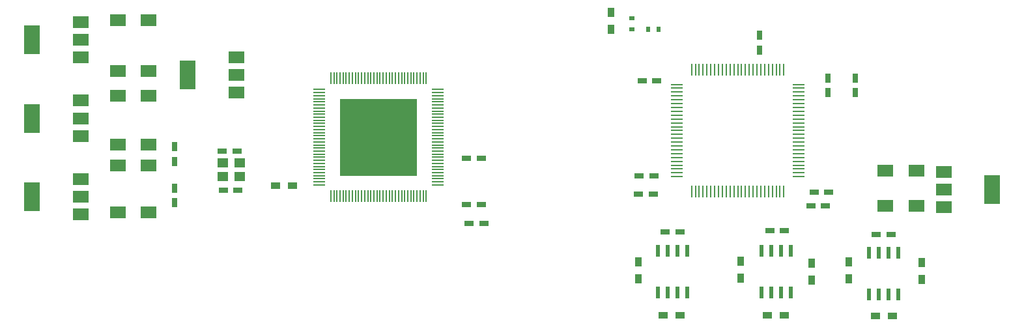
<source format=gbr>
G04 #@! TF.GenerationSoftware,KiCad,Pcbnew,(5.0.2)-1*
G04 #@! TF.CreationDate,2019-03-21T22:25:16+02:00*
G04 #@! TF.ProjectId,AVB switch with Can gateway,41564220-7377-4697-9463-682077697468,v01*
G04 #@! TF.SameCoordinates,Original*
G04 #@! TF.FileFunction,Paste,Top*
G04 #@! TF.FilePolarity,Positive*
%FSLAX46Y46*%
G04 Gerber Fmt 4.6, Leading zero omitted, Abs format (unit mm)*
G04 Created by KiCad (PCBNEW (5.0.2)-1) date 3/21/2019 10:25:16 PM*
%MOMM*%
%LPD*%
G01*
G04 APERTURE LIST*
%ADD10C,0.100000*%
%ADD11R,2.000000X1.500000*%
%ADD12R,2.000000X3.800000*%
%ADD13R,2.000000X1.600000*%
%ADD14R,0.280000X1.500000*%
%ADD15R,1.500000X0.280000*%
%ADD16R,1.400000X1.200000*%
%ADD17R,0.600000X0.700000*%
%ADD18R,0.700000X0.600000*%
%ADD19R,0.900000X1.200000*%
%ADD20R,10.000000X10.000000*%
%ADD21R,0.240000X1.560000*%
%ADD22R,1.560000X0.240000*%
%ADD23R,1.200000X0.750000*%
%ADD24R,0.750000X1.200000*%
%ADD25R,1.200000X0.900000*%
%ADD26R,0.600000X1.550000*%
G04 APERTURE END LIST*
D10*
G04 #@! TO.C,IC1*
G36*
X146337750Y-67662650D02*
X146337750Y-61337750D01*
X152662650Y-61337750D01*
X152662650Y-67662650D01*
X146337750Y-67662650D01*
G37*
G04 #@! TD*
D11*
G04 #@! TO.C,U12*
X131014000Y-58688000D03*
X131014000Y-54088000D03*
X131014000Y-56388000D03*
D12*
X124714000Y-56388000D03*
G04 #@! TD*
D13*
G04 #@! TO.C,C6*
X119625000Y-55900000D03*
X115625000Y-55900000D03*
G04 #@! TD*
G04 #@! TO.C,C5*
X119625000Y-68150000D03*
X115625000Y-68150000D03*
G04 #@! TD*
G04 #@! TO.C,C75*
X115625000Y-59125000D03*
X119625000Y-59125000D03*
G04 #@! TD*
G04 #@! TO.C,C76*
X115625000Y-65475000D03*
X119625000Y-65475000D03*
G04 #@! TD*
D12*
G04 #@! TO.C,U10*
X104470000Y-51830000D03*
D11*
X110770000Y-51830000D03*
X110770000Y-49530000D03*
X110770000Y-54130000D03*
G04 #@! TD*
G04 #@! TO.C,U11*
X110770000Y-64340000D03*
X110770000Y-59740000D03*
X110770000Y-62040000D03*
D12*
X104470000Y-62040000D03*
G04 #@! TD*
D14*
G04 #@! TO.C,U4*
X202188000Y-55730000D03*
X201688000Y-55730000D03*
X201188000Y-55730000D03*
X200688000Y-55730000D03*
X200188000Y-55730000D03*
X199688000Y-55730000D03*
X199188000Y-55730000D03*
X198688000Y-55730000D03*
X198188000Y-55730000D03*
X197688000Y-55730000D03*
X197188000Y-55730000D03*
X196688000Y-55730000D03*
X196188000Y-55730000D03*
X195688000Y-55730000D03*
X195188000Y-55730000D03*
X194688000Y-55730000D03*
X194188000Y-55730000D03*
X193688000Y-55730000D03*
X193188000Y-55730000D03*
X192688000Y-55730000D03*
X192188000Y-55730000D03*
X191688000Y-55730000D03*
X191188000Y-55730000D03*
X190688000Y-55730000D03*
X190188000Y-55730000D03*
D15*
X188288000Y-57630000D03*
X188288000Y-58130000D03*
X188288000Y-58630000D03*
X188288000Y-59130000D03*
X188288000Y-59630000D03*
X188288000Y-60130000D03*
X188288000Y-60630000D03*
X188288000Y-61130000D03*
X188288000Y-61630000D03*
X188288000Y-62130000D03*
X188288000Y-62630000D03*
X188288000Y-63130000D03*
X188288000Y-63630000D03*
X188288000Y-64130000D03*
X188288000Y-64630000D03*
X188288000Y-65130000D03*
X188288000Y-65630000D03*
X188288000Y-66130000D03*
X188288000Y-66630000D03*
X188288000Y-67130000D03*
X188288000Y-67630000D03*
X188288000Y-68130000D03*
X188288000Y-68630000D03*
X188288000Y-69130000D03*
X188288000Y-69630000D03*
D14*
X190188000Y-71530000D03*
X190688000Y-71530000D03*
X191188000Y-71530000D03*
X191688000Y-71530000D03*
X192188000Y-71530000D03*
X192688000Y-71530000D03*
X193188000Y-71530000D03*
X193688000Y-71530000D03*
X194188000Y-71530000D03*
X194688000Y-71530000D03*
X195188000Y-71530000D03*
X195688000Y-71530000D03*
X196188000Y-71530000D03*
X196688000Y-71530000D03*
X197188000Y-71530000D03*
X197688000Y-71530000D03*
X198188000Y-71530000D03*
X198688000Y-71530000D03*
X199188000Y-71530000D03*
X199688000Y-71530000D03*
X200188000Y-71530000D03*
X200688000Y-71530000D03*
X201188000Y-71530000D03*
X201688000Y-71530000D03*
X202188000Y-71530000D03*
D15*
X204088000Y-69630000D03*
X204088000Y-69130000D03*
X204088000Y-68630000D03*
X204088000Y-68130000D03*
X204088000Y-67630000D03*
X204088000Y-67130000D03*
X204088000Y-66630000D03*
X204088000Y-66130000D03*
X204088000Y-65630000D03*
X204088000Y-65130000D03*
X204088000Y-64630000D03*
X204088000Y-64130000D03*
X204088000Y-63630000D03*
X204088000Y-63130000D03*
X204088000Y-62630000D03*
X204088000Y-62130000D03*
X204088000Y-61630000D03*
X204088000Y-61130000D03*
X204088000Y-60630000D03*
X204088000Y-60130000D03*
X204088000Y-59630000D03*
X204088000Y-59130000D03*
X204088000Y-58630000D03*
X204088000Y-58130000D03*
X204088000Y-57630000D03*
G04 #@! TD*
D16*
G04 #@! TO.C,Y1*
X129264000Y-67864000D03*
X131464000Y-67864000D03*
X131464000Y-69564000D03*
X129264000Y-69564000D03*
G04 #@! TD*
D17*
G04 #@! TO.C,D5*
X184524000Y-50474000D03*
X185924000Y-50474000D03*
G04 #@! TD*
D18*
G04 #@! TO.C,D4*
X182424000Y-49064000D03*
X182424000Y-50464000D03*
G04 #@! TD*
D19*
G04 #@! TO.C,R13*
X179704000Y-50454000D03*
X179704000Y-48254000D03*
G04 #@! TD*
D20*
G04 #@! TO.C,IC1*
X149500000Y-64500000D03*
D21*
X143300000Y-56820000D03*
X143700000Y-56820000D03*
X144100000Y-56820000D03*
X144500000Y-56820000D03*
X144900000Y-56820000D03*
X145300000Y-56820000D03*
X145700000Y-56820000D03*
X146100000Y-56820000D03*
X146500000Y-56820000D03*
X146900000Y-56820000D03*
X147300000Y-56820000D03*
X147700000Y-56820000D03*
X148100000Y-56820000D03*
X148500000Y-56820000D03*
X148900000Y-56820000D03*
X149300000Y-56820000D03*
X149700000Y-56820000D03*
X150100000Y-56820000D03*
X150500000Y-56820000D03*
X150900000Y-56820000D03*
X151300000Y-56820000D03*
X151700000Y-56820000D03*
X152100000Y-56820000D03*
X152500000Y-56820000D03*
X152900000Y-56820000D03*
X153300000Y-56820000D03*
X153700000Y-56820000D03*
X154100000Y-56820000D03*
X154500000Y-56820000D03*
X154900000Y-56820000D03*
X155300000Y-56820000D03*
X155700000Y-56820000D03*
X155700000Y-72180000D03*
X155300000Y-72180000D03*
X154900000Y-72180000D03*
X154500000Y-72180000D03*
X154100000Y-72180000D03*
X153700000Y-72180000D03*
X153300000Y-72180000D03*
X152900000Y-72180000D03*
X152500000Y-72180000D03*
X152100000Y-72180000D03*
X151700000Y-72180000D03*
X151300000Y-72180000D03*
X150900000Y-72180000D03*
X150500000Y-72180000D03*
X150100000Y-72180000D03*
X149700000Y-72180000D03*
X149300000Y-72180000D03*
X148900000Y-72180000D03*
X148500000Y-72180000D03*
X148100000Y-72180000D03*
X147700000Y-72180000D03*
X147300000Y-72180000D03*
X146900000Y-72180000D03*
X146500000Y-72180000D03*
X146100000Y-72180000D03*
X145700000Y-72180000D03*
X145300000Y-72180000D03*
X144900000Y-72180000D03*
X144500000Y-72180000D03*
X144100000Y-72180000D03*
X143700000Y-72180000D03*
X143300000Y-72180000D03*
D22*
X141820000Y-70700000D03*
X141820000Y-70300000D03*
X141820000Y-69900000D03*
X141820000Y-69500000D03*
X141820000Y-69100000D03*
X141820000Y-68700000D03*
X141820000Y-68300000D03*
X141820000Y-67900000D03*
X141820000Y-67500000D03*
X141820000Y-67100000D03*
X141820000Y-66700000D03*
X141820000Y-66300000D03*
X141820000Y-65900000D03*
X141820000Y-65500000D03*
X141820000Y-65100000D03*
X141820000Y-64700000D03*
X141820000Y-64300000D03*
X141820000Y-63900000D03*
X141820000Y-63500000D03*
X141820000Y-63100000D03*
X141820000Y-62700000D03*
X141820000Y-62300000D03*
X141820000Y-61900000D03*
X141820000Y-61500000D03*
X141820000Y-61100000D03*
X141820000Y-60700000D03*
X141820000Y-60300000D03*
X141820000Y-59900000D03*
X141820000Y-59500000D03*
X141820000Y-59100000D03*
X141820000Y-58700000D03*
X141820000Y-58300000D03*
X157180000Y-58300000D03*
X157180000Y-58700000D03*
X157180000Y-59100000D03*
X157180000Y-59500000D03*
X157180000Y-59900000D03*
X157180000Y-60300000D03*
X157180000Y-60700000D03*
X157180000Y-61100000D03*
X157180000Y-61500000D03*
X157180000Y-61900000D03*
X157180000Y-62300000D03*
X157180000Y-62700000D03*
X157180000Y-63100000D03*
X157180000Y-63500000D03*
X157180000Y-63900000D03*
X157180000Y-64300000D03*
X157180000Y-64700000D03*
X157180000Y-65100000D03*
X157180000Y-65500000D03*
X157180000Y-65900000D03*
X157180000Y-66300000D03*
X157180000Y-66700000D03*
X157180000Y-67100000D03*
X157180000Y-67500000D03*
X157180000Y-67900000D03*
X157180000Y-68300000D03*
X157180000Y-68700000D03*
X157180000Y-69100000D03*
X157180000Y-69500000D03*
X157180000Y-69900000D03*
X157180000Y-70300000D03*
X157180000Y-70700000D03*
G04 #@! TD*
D23*
G04 #@! TO.C,C16*
X183380000Y-69500000D03*
X185280000Y-69500000D03*
G04 #@! TD*
D24*
G04 #@! TO.C,C17*
X198990000Y-53150000D03*
X198990000Y-51250000D03*
G04 #@! TD*
D23*
G04 #@! TO.C,C18*
X205700000Y-73410000D03*
X207600000Y-73410000D03*
G04 #@! TD*
D24*
G04 #@! TO.C,C19*
X211500000Y-58700000D03*
X211500000Y-56800000D03*
G04 #@! TD*
D23*
G04 #@! TO.C,C20*
X183290000Y-71850000D03*
X185190000Y-71850000D03*
G04 #@! TD*
G04 #@! TO.C,C21*
X183770000Y-57130000D03*
X185670000Y-57130000D03*
G04 #@! TD*
G04 #@! TO.C,C22*
X208026000Y-71628000D03*
X206126000Y-71628000D03*
G04 #@! TD*
D24*
G04 #@! TO.C,C25*
X207900000Y-58700000D03*
X207900000Y-56800000D03*
G04 #@! TD*
D23*
G04 #@! TO.C,C26*
X200350000Y-76600000D03*
X202250000Y-76600000D03*
G04 #@! TD*
G04 #@! TO.C,C27*
X214200000Y-77100000D03*
X216100000Y-77100000D03*
G04 #@! TD*
G04 #@! TO.C,C28*
X186750000Y-76800000D03*
X188650000Y-76800000D03*
G04 #@! TD*
D24*
G04 #@! TO.C,C32*
X122980000Y-73010000D03*
X122980000Y-71110000D03*
G04 #@! TD*
G04 #@! TO.C,C42*
X123010000Y-65740000D03*
X123010000Y-67640000D03*
G04 #@! TD*
D23*
G04 #@! TO.C,C52*
X161300000Y-75660000D03*
X163200000Y-75660000D03*
G04 #@! TD*
G04 #@! TO.C,C55*
X160950000Y-73275000D03*
X162850000Y-73275000D03*
G04 #@! TD*
G04 #@! TO.C,C56*
X160950000Y-67200000D03*
X162850000Y-67200000D03*
G04 #@! TD*
G04 #@! TO.C,C66*
X131078000Y-66262000D03*
X129178000Y-66262000D03*
G04 #@! TD*
G04 #@! TO.C,C67*
X129310000Y-71342000D03*
X131210000Y-71342000D03*
G04 #@! TD*
D25*
G04 #@! TO.C,R3*
X136110000Y-70770000D03*
X138310000Y-70770000D03*
G04 #@! TD*
D19*
G04 #@! TO.C,R4*
X205800000Y-83100000D03*
X205800000Y-80900000D03*
G04 #@! TD*
G04 #@! TO.C,R5*
X220100000Y-82950000D03*
X220100000Y-80750000D03*
G04 #@! TD*
G04 #@! TO.C,R7*
X196600000Y-82800000D03*
X196600000Y-80600000D03*
G04 #@! TD*
G04 #@! TO.C,R8*
X210600000Y-82900000D03*
X210600000Y-80700000D03*
G04 #@! TD*
G04 #@! TO.C,R9*
X183300000Y-82900000D03*
X183300000Y-80700000D03*
G04 #@! TD*
D26*
G04 #@! TO.C,U5*
X203073000Y-79258000D03*
X201803000Y-79258000D03*
X200533000Y-79258000D03*
X199263000Y-79258000D03*
X199263000Y-84658000D03*
X200533000Y-84658000D03*
X201803000Y-84658000D03*
X203073000Y-84658000D03*
G04 #@! TD*
G04 #@! TO.C,U6*
X217043000Y-79512000D03*
X215773000Y-79512000D03*
X214503000Y-79512000D03*
X213233000Y-79512000D03*
X213233000Y-84912000D03*
X214503000Y-84912000D03*
X215773000Y-84912000D03*
X217043000Y-84912000D03*
G04 #@! TD*
G04 #@! TO.C,U7*
X189611000Y-79258000D03*
X188341000Y-79258000D03*
X187071000Y-79258000D03*
X185801000Y-79258000D03*
X185801000Y-84658000D03*
X187071000Y-84658000D03*
X188341000Y-84658000D03*
X189611000Y-84658000D03*
G04 #@! TD*
D13*
G04 #@! TO.C,C69*
X215385000Y-68850000D03*
X219385000Y-68850000D03*
G04 #@! TD*
G04 #@! TO.C,C70*
X115625000Y-49290000D03*
X119625000Y-49290000D03*
G04 #@! TD*
G04 #@! TO.C,C71*
X119625000Y-74275000D03*
X115625000Y-74275000D03*
G04 #@! TD*
G04 #@! TO.C,C72*
X219385000Y-73422000D03*
X215385000Y-73422000D03*
G04 #@! TD*
D12*
G04 #@! TO.C,U1*
X229240000Y-71300000D03*
D11*
X222940000Y-71300000D03*
X222940000Y-73600000D03*
X222940000Y-69000000D03*
G04 #@! TD*
D12*
G04 #@! TO.C,U2*
X104470000Y-72250000D03*
D11*
X110770000Y-72250000D03*
X110770000Y-69950000D03*
X110770000Y-74550000D03*
G04 #@! TD*
D25*
G04 #@! TO.C,R10*
X200000000Y-87600000D03*
X202200000Y-87600000D03*
G04 #@! TD*
G04 #@! TO.C,R11*
X214100000Y-87700000D03*
X216300000Y-87700000D03*
G04 #@! TD*
G04 #@! TO.C,R12*
X186500000Y-87600000D03*
X188700000Y-87600000D03*
G04 #@! TD*
M02*

</source>
